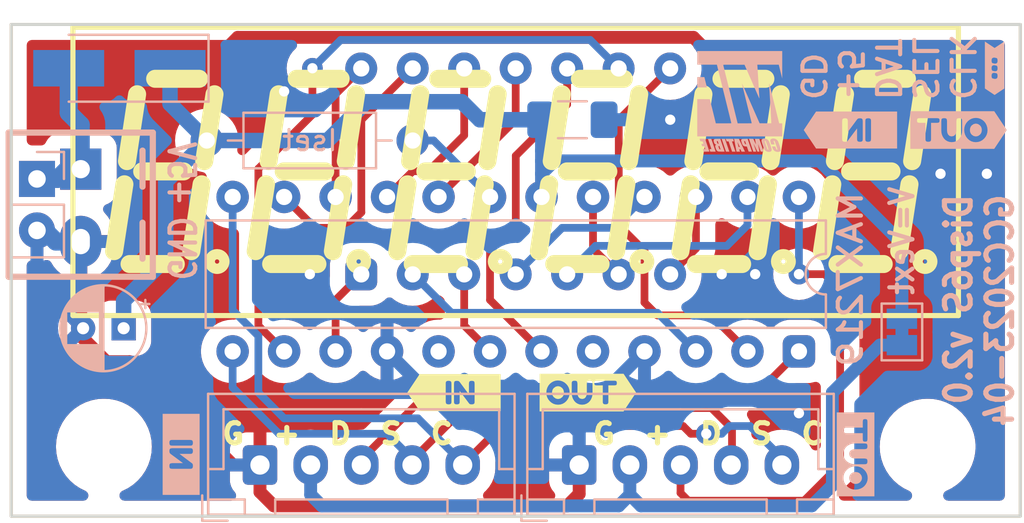
<source format=kicad_pcb>
(kicad_pcb (version 20211014) (generator pcbnew)
  (title_block (title "FSP-M10 AutoPilot") (rev "v1.0"))
  (layers (0 "F.Cu" signal "Rame.Fronte") (31 "B.Cu" signal "Rame.Retro") (34 "B.Paste" user) (35 "F.Paste" user) (36 "B.SilkS" user "B.Silkscreen") (37 "F.SilkS" user "F.Silkscreen") (38 "B.Mask" user) (39 "F.Mask" user) (44 "Edge.Cuts" user))
  (net 0 "")
  (net 1 "/5V")
  (net 2 "/K01")
  (net 3 "/K02")
  (net 4 "/K03")
  (net 5 "/K04")
  (net 6 "/K05")
  (net 7 "/K06")
  (net 8 "/S0A")
  (net 9 "/S0B")
  (net 10 "/S0C")
  (net 11 "/S0D")
  (net 12 "/S0E")
  (net 13 "/S0F")
  (net 14 "/S0G")
  (net 15 "/S0dp")
  (net 16 "GND")
  (net 17 "Net-(D1-Pad2)")
  (net 18 "/K07")
  (net 19 "Net-(IC1-Pad18)")
  (net 20 "/K08")
  (net 21 "/Din")
  (net 22 "/Sel")
  (net 23 "/Clk")
  (net 24 "/DOut")
  (footprint "MountingHole:MountingHole_3.2mm_M3" (layer "F.Cu") (at 86.359998 48.895 180)
    (fp_text reference "H1" hide)
    (fp_text value "CONN_1" hide)
    (pad "" np_thru_hole circle locked (at 0 0 180) (size 3.2 3.2) (drill 3.2) (layers *.Cu *.Mask))
  )
  (footprint "MountingHole:MountingHole_3.2mm_M3" (layer "F.Cu") (at 45.719998 48.895 180)
    (fp_text reference "H2" hide)
    (fp_text value "CONN_1" hide)
    (pad "" np_thru_hole circle locked (at 0 0 180) (size 3.2 3.2) (drill 3.2) (layers *.Cu *.Mask))
  )
  (footprint "GCC_Display:Disp7s6x_036" (layer "F.Cu") (at 66.035 35.316)
    (fp_text reference "DP1" hide)
    (fp_text value "LEDDSP6_CK" hide)
    (pad "1" thru_hole roundrect (at -7.62 5.08 90) (size 1.5748 1.5748) (drill 0.8001) (layers *.Cu *.Mask) (net 7 "/K06"))
    (pad "2" thru_hole circle (at -5.08 5.08 90) (size 1.5748 1.5748) (drill 0.8001) (layers *.Cu *.Mask) (net 6 "/K05"))
    (pad "3" thru_hole circle (at -2.54 5.08 90) (size 1.5748 1.5748) (drill 0.8001) (layers *.Cu *.Mask) (net 5 "/K04"))
    (pad "4" thru_hole circle (at 0 5.08 90) (size 1.5748 1.5748) (drill 0.8001) (layers *.Cu *.Mask) (net 12 "/S0E"))
    (pad "5" thru_hole circle (at 2.54 5.08 90) (size 1.5748 1.5748) (drill 0.8001) (layers *.Cu *.Mask) (net 11 "/S0D"))
    (pad "6" thru_hole circle (at 5.08 5.08 90) (size 1.5748 1.5748) (drill 0.8001) (layers *.Cu *.Mask) (net 10 "/S0C"))
    (pad "7" thru_hole circle (at 7.62 5.08 90) (size 1.5748 1.5748) (drill 0.8001) (layers *.Cu *.Mask) (net 15 "/S0dp"))
    (pad "8" thru_hole circle (at 7.62 -5.08 90) (size 1.5748 1.5748) (drill 0.8001) (layers *.Cu *.Mask) (net 2 "/K01"))
    (pad "9" thru_hole circle (at 5.08 -5.08 90) (size 1.5748 1.5748) (drill 0.8001) (layers *.Cu *.Mask) (net 3 "/K02"))
    (pad "10" thru_hole circle (at 2.54 -5.08 90) (size 1.5748 1.5748) (drill 0.8001) (layers *.Cu *.Mask) (net 4 "/K03"))
    (pad "11" thru_hole circle (at 0 -5.08 90) (size 1.5748 1.5748) (drill 0.8001) (layers *.Cu *.Mask) (net 14 "/S0G"))
    (pad "12" thru_hole circle (at -2.54 -5.08 90) (size 1.5748 1.5748) (drill 0.8001) (layers *.Cu *.Mask) (net 9 "/S0B"))
    (pad "13" thru_hole circle (at -5.08 -5.08 90) (size 1.5748 1.5748) (drill 0.8001) (layers *.Cu *.Mask) (net 8 "/S0A"))
    (pad "14" thru_hole circle (at -7.62 -5.08 90) (size 1.5748 1.5748) (drill 0.8001) (layers *.Cu *.Mask) (net 13 "/S0F"))
  )
  (footprint "kibuzzard-643D9E97" (layer "F.Cu") (at 69.596 46.228)
    (fp_text reference "kibuzzard-643D9E97" hide)
    (fp_text value "G***" hide)
  )
  (footprint "kibuzzard-643D9EA5" (layer "F.Cu") (at 62.992 46.228)
    (fp_text reference "kibuzzard-643D9EA5" hide)
    (fp_text value "G***" hide)
  )
  (footprint "Resistor_THT:R_Axial_DIN0207_L6.3mm_D2.5mm_P10.16mm_Horizontal" (layer "B.Cu") (at 60.955 33.792 180)
    (fp_text reference "R1" hide)
    (fp_text value "Iset" (at 5.08 0) (layer "B.SilkS") (effects (justify mirror)))
    (pad "1" thru_hole circle locked (at 0 0 180) (size 1.6 1.6) (drill 0.8) (layers *.Cu *.Mask) (net 19 "Net-(IC1-Pad18)"))
    (pad "2" thru_hole oval locked (at 10.16 0 180) (size 1.6 1.6) (drill 0.8) (layers *.Cu *.Mask) (net 1 "/5V"))
  )
  (footprint "Connector_PinHeader_2.54mm:PinHeader_1x02_P2.54mm_Vertical" (layer "B.Cu") (at 42.418 35.687 180)
    (fp_text reference "P1" hide)
    (fp_text value "PWR" hide)
    (pad "1" thru_hole rect locked (at 0 0 180) (size 1.778 1.778) (drill 0.8636) (layers *.Cu *.Mask) (net 17 "Net-(D1-Pad2)"))
    (pad "2" thru_hole oval locked (at 0 -2.54 180) (size 1.778 1.778) (drill 0.8636) (layers *.Cu *.Mask) (net 16 "GND"))
  )
  (footprint "Capacitor_THT:CP_Radial_D4.0mm_P2.00mm" (layer "B.Cu") (at 46.692599 43.053 180)
    (fp_text reference "C1" hide)
    (fp_text value "100uF 16V" hide)
    (pad "1" thru_hole rect locked (at 0 0 180) (size 1.2 1.2) (drill 0.6) (layers *.Cu *.Mask) (net 1 "/5V"))
    (pad "2" thru_hole circle locked (at 2 0 180) (size 1.2 1.2) (drill 0.6) (layers *.Cu *.Mask) (net 16 "GND"))
  )
  (footprint "Package_DIP:DIP-24_W7.62mm" (layer "B.Cu") (at 80.01 44.196 90)
    (fp_text reference "IC1" hide)
    (fp_text value "MAX7219CNG" hide)
    (pad "1" thru_hole roundrect locked (at 0 0 90) (size 1.6 1.6) (drill 0.8) (layers *.Cu *.Mask) (net 21 "/Din"))
    (pad "2" thru_hole oval locked (at 0 -2.54 90) (size 1.6 1.6) (drill 0.8) (layers *.Cu *.Mask) (net 2 "/K01"))
    (pad "3" thru_hole oval locked (at 0 -5.08 90) (size 1.6 1.6) (drill 0.8) (layers *.Cu *.Mask) (net 6 "/K05"))
    (pad "4" thru_hole oval locked (at 0 -7.62 90) (size 1.6 1.6) (drill 0.8) (layers *.Cu *.Mask) (net 16 "GND"))
    (pad "5" thru_hole oval locked (at 0 -10.16 90) (size 1.6 1.6) (drill 0.8) (layers *.Cu *.Mask) (net 18 "/K07"))
    (pad "6" thru_hole oval locked (at 0 -12.7 90) (size 1.6 1.6) (drill 0.8) (layers *.Cu *.Mask) (net 4 "/K03"))
    (pad "7" thru_hole oval locked (at 0 -15.24 90) (size 1.6 1.6) (drill 0.8) (layers *.Cu *.Mask) (net 5 "/K04"))
    (pad "8" thru_hole oval locked (at 0 -17.78 90) (size 1.6 1.6) (drill 0.8) (layers *.Cu *.Mask) (net 20 "/K08"))
    (pad "9" thru_hole oval locked (at 0 -20.32 90) (size 1.6 1.6) (drill 0.8) (layers *.Cu *.Mask) (net 16 "GND"))
    (pad "10" thru_hole oval locked (at 0 -22.86 90) (size 1.6 1.6) (drill 0.8) (layers *.Cu *.Mask) (net 7 "/K06"))
    (pad "11" thru_hole oval locked (at 0 -25.4 90) (size 1.6 1.6) (drill 0.8) (layers *.Cu *.Mask) (net 3 "/K02"))
    (pad "12" thru_hole oval locked (at 0 -27.94 90) (size 1.6 1.6) (drill 0.8) (layers *.Cu *.Mask) (net 22 "/Sel"))
    (pad "13" thru_hole oval locked (at 7.62 -27.94 90) (size 1.6 1.6) (drill 0.8) (layers *.Cu *.Mask) (net 23 "/Clk"))
    (pad "14" thru_hole oval locked (at 7.62 -25.4 90) (size 1.6 1.6) (drill 0.8) (layers *.Cu *.Mask) (net 8 "/S0A"))
    (pad "15" thru_hole oval locked (at 7.62 -22.86 90) (size 1.6 1.6) (drill 0.8) (layers *.Cu *.Mask) (net 13 "/S0F"))
    (pad "16" thru_hole oval locked (at 7.62 -20.32 90) (size 1.6 1.6) (drill 0.8) (layers *.Cu *.Mask) (net 9 "/S0B"))
    (pad "17" thru_hole oval locked (at 7.62 -17.78 90) (size 1.6 1.6) (drill 0.8) (layers *.Cu *.Mask) (net 14 "/S0G"))
    (pad "18" thru_hole oval locked (at 7.62 -15.24 90) (size 1.6 1.6) (drill 0.8) (layers *.Cu *.Mask) (net 19 "Net-(IC1-Pad18)"))
    (pad "19" thru_hole oval locked (at 7.62 -12.7 90) (size 1.6 1.6) (drill 0.8) (layers *.Cu *.Mask) (net 1 "/5V"))
    (pad "20" thru_hole oval locked (at 7.62 -10.16 90) (size 1.6 1.6) (drill 0.8) (layers *.Cu *.Mask) (net 10 "/S0C"))
    (pad "21" thru_hole oval locked (at 7.62 -7.62 90) (size 1.6 1.6) (drill 0.8) (layers *.Cu *.Mask) (net 12 "/S0E"))
    (pad "22" thru_hole oval locked (at 7.62 -5.08 90) (size 1.6 1.6) (drill 0.8) (layers *.Cu *.Mask) (net 15 "/S0dp"))
    (pad "23" thru_hole oval locked (at 7.62 -2.54 90) (size 1.6 1.6) (drill 0.8) (layers *.Cu *.Mask) (net 11 "/S0D"))
    (pad "24" thru_hole oval locked (at 7.62 0 90) (size 1.6 1.6) (drill 0.8) (layers *.Cu *.Mask) (net 24 "/DOut"))
  )
  (footprint "Diode_SMD:D_SMA_Handsoldering" (layer "B.Cu") (at 46.482 30.226 180)
    (fp_text reference "D1")
    (fp_text value "1N5819")
    (pad "1" smd rect locked (at -2.5 0 180) (size 3.5 1.8) (layers "B.Cu" "B.Paste" "B.Mask") (net 1 "/5V"))
    (pad "2" smd rect locked (at 2.5 0 180) (size 3.5 1.8) (layers "B.Cu" "B.Paste" "B.Mask") (net 17 "Net-(D1-Pad2)"))
  )
  (footprint "Capacitor_SMD:C_1206_3216Metric_Pad1.33x1.80mm_HandSolder" (layer "B.Cu") (at 68.834 32.766)
    (fp_text reference "C2" hide)
    (fp_text value "100nF" hide)
    (pad "1" smd roundrect locked (at -1.5625 0) (size 1.325 1.8) (layers "B.Cu" "B.Paste" "B.Mask") (roundrect_rratio 0.188679) (net 1 "/5V"))
    (pad "2" smd roundrect locked (at 1.5625 0) (size 1.325 1.8) (layers "B.Cu" "B.Paste" "B.Mask") (roundrect_rratio 0.188679) (net 16 "GND"))
  )
  (footprint "Connector_JST:JST_XH_B5B-XH-A_1x05_P2.50mm_Vertical" (layer "B.Cu") (at 53.42 49.801)
    (fp_text reference "P2" hide)
    (fp_text value "DataIn")
    (pad "1" thru_hole roundrect (at 0 0) (size 1.7 1.95) (drill 0.95) (layers *.Cu *.Mask) (roundrect_rratio 0.147059) (net 16 "GND"))
    (pad "2" thru_hole oval (at 2.5 0) (size 1.7 1.95) (drill 0.95) (layers *.Cu *.Mask) (net 1 "/5V"))
    (pad "3" thru_hole oval (at 5 0) (size 1.7 1.95) (drill 0.95) (layers *.Cu *.Mask) (net 21 "/Din"))
    (pad "4" thru_hole oval (at 7.5 0) (size 1.7 1.95) (drill 0.95) (layers *.Cu *.Mask) (net 22 "/Sel"))
    (pad "5" thru_hole oval (at 10 0) (size 1.7 1.95) (drill 0.95) (layers *.Cu *.Mask) (net 23 "/Clk"))
  )
  (footprint "Jumper:SolderJumper-2_P1.3mm_Bridged_Pad1.0x1.5mm" (layer "B.Cu") (at 85.09 43.236 90)
    (fp_text reference "JP1" hide)
    (fp_text value "5V line")
    (fp_poly (pts (xy -0.25 0.3) (xy 0.25 0.3) (xy 0.25 -0.3) (xy -0.25 -0.3)) (layer "B.Cu") (width 0) (fill solid))
    (pad "1" smd rect (at -0.65 0 90) (size 1 1.5) (layers "B.Cu" "B.Mask") (net 1 "/5V"))
    (pad "2" smd rect (at 0.65 0 90) (size 1 1.5) (layers "B.Cu" "B.Mask") (net 1 "/5V"))
  )
  (footprint "GCC_Headers:HDR2-3.50+3.81mm" (layer "B.Cu") (at 44.577 36.957 -90)
    (fp_text reference "P11" hide)
    (fp_text value "PWR" hide)
    (pad "1" thru_hole rect (at -1.7526 0 270) (size 2.032 2.032) (drill 0.9) (layers *.Cu *.Mask) (net 17 "Net-(D1-Pad2)"))
    (pad "2" thru_hole oval (at 1.82 0 270) (size 2.54 2.032) (drill oval 1.25 0.9) (layers *.Cu *.Mask) (net 16 "GND"))
  )
  (footprint "kibuzzard-6403BB05" (layer "B.Cu") (at 89.662 30.226 90)
    (fp_text reference "kibuzzard-6403BB05" hide)
    (fp_text value "G***" hide)
  )
  (footprint "kibuzzard-643DAA60" (layer "B.Cu") (at 49.53 49.276 -90)
    (fp_text reference "kibuzzard-643DAA60" hide)
    (fp_text value "G***" hide)
  )
  (footprint "kibuzzard-6405E146" (layer "B.Cu") (at 87.884 33.274 180)
    (fp_text reference "kibuzzard-6405E146" hide)
    (fp_text value "G***" hide)
  )
  (footprint "Connector_JST:JST_XH_B5B-XH-A_1x05_P2.50mm_Vertical" (layer "B.Cu") (at 69.168 49.801)
    (fp_text reference "P3" hide)
    (fp_text value "DataOut")
    (pad "1" thru_hole roundrect (at 0 0) (size 1.7 1.95) (drill 0.95) (layers *.Cu *.Mask) (roundrect_rratio 0.147059) (net 16 "GND"))
    (pad "2" thru_hole oval (at 2.5 0) (size 1.7 1.95) (drill 0.95) (layers *.Cu *.Mask) (net 1 "/5V"))
    (pad "3" thru_hole oval (at 5 0) (size 1.7 1.95) (drill 0.95) (layers *.Cu *.Mask) (net 24 "/DOut"))
    (pad "4" thru_hole oval (at 7.5 0) (size 1.7 1.95) (drill 0.95) (layers *.Cu *.Mask) (net 22 "/Sel"))
    (pad "5" thru_hole oval (at 10 0) (size 1.7 1.95) (drill 0.95) (layers *.Cu *.Mask) (net 23 "/Clk"))
  )
  (footprint "kibuzzard-6405E14C" (layer "B.Cu") (at 82.55 33.274 180)
    (fp_text reference "kibuzzard-6405E14C" hide)
    (fp_text value "G***" hide)
  )
  (footprint "kibuzzard-643DAA36" (layer "B.Cu") (at 82.804 49.276 90)
    (fp_text reference "kibuzzard-643DAA36" hide)
    (fp_text value "G***" hide)
  )
  (footprint "GCC_Logos:MF_compatible_4.2x5mm" (layer "B.Cu") (at 77.089 31.877 180)
    (fp_text reference "G***")
    (fp_text value "LOGO" hide)
  )
  (gr_line (start 41.147996 28.067001) (end 41.147996 52.324001) (layer "B.SilkS") (width 0.14986))
  (gr_line (start 90.931996 28.067001) (end 41.147996 28.067001) (layer "B.SilkS") (width 0.14986))
  (gr_line (start 90.931996 52.324001) (end 90.931996 28.067001) (layer "B.SilkS") (width 0.14986))
  (gr_line (start 41.147996 52.324001) (end 90.931996 52.324001) (layer "B.SilkS") (width 0.14986))
  (gr_line (start 41.147996 52.324001) (end 41.147996 28.067001) (layer "F.SilkS") (width 0.14986))
  (gr_line (start 90.931996 28.067001) (end 90.931996 52.324001) (layer "F.SilkS") (width 0.14986))
  (gr_line (start 41.147996 28.067001) (end 90.931996 28.067001) (layer "F.SilkS") (width 0.14986))
  (gr_line (start 90.931996 52.324001) (end 41.147996 52.324001) (layer "F.SilkS") (width 0.14986))
  (gr_line (start 90.932 52.324) (end 41.148 52.324) (layer "Edge.Cuts") (width 0.14986))
  (gr_line (start 41.148 28.067) (end 90.932 28.067) (layer "Edge.Cuts") (width 0.14986))
  (gr_line (start 90.932 28.067) (end 90.932 52.324) (layer "Edge.Cuts") (width 0.14986))
  (gr_line (start 41.148 52.324) (end 41.148 28.067) (layer "Edge.Cuts") (width 0.14986))
  (gr_text "MAX7219" (at 82.55 40.64 90) (layer "B.SilkS") (effects (font (size 1.143 1.27) (thickness 0.2032)) (justify mirror)))
  (gr_text "V=Vext" (at 85.09 38.735 90) (layer "B.SilkS") (effects (font (size 1.143 1.016) (thickness 0.2032)) (justify mirror)))
  (gr_text "CLK\nSEL\nDAT\n+5\nGD" (at 84.3788 31.9024 270) (layer "B.SilkS") (effects (font (size 1.143 1.143) (thickness 0.2032)) (justify left mirror)))
  (gr_text "Disp6S v2.0\nGCC2023-04" (at 88.905409 36.322 90) (layer "B.SilkS") (effects (font (size 1.27 1.143) (thickness 0.254)) (justify left mirror)))
  (gr_text "GND" (at 49.529998 39.116001 270) (layer "B.SilkS") (effects (font (size 1.27 1.016) (thickness 0.2032)) (justify mirror)))
  (gr_text "+5V" (at 49.529998 35.433001 270) (layer "B.SilkS") (effects (font (size 1.27 1.016) (thickness 0.2032)) (justify mirror)))
  (gr_text "G  +  D  S  C" (at 69.723 48.26) (layer "F.SilkS") (effects (font (size 1 1) (thickness 0.25)) (justify left)))
  (gr_text "G  +  D  S  C" (at 51.435 48.26) (layer "F.SilkS") (effects (font (size 1 1) (thickness 0.25)) (justify left)))
  (segment (start 81.026 34.798) (end 85.09 38.862) (width 0.635) (layer "B.Cu") (net 1))
  (segment (start 67.945 34.798) (end 67.437 34.29) (width 0.635) (layer "B.Cu") (net 1))
  (segment (start 55.92 51.268) (end 55.92 49.801) (width 0.635) (layer "B.Cu") (net 1))
  (segment (start 48.982 31.979) (end 50.795 33.792) (width 0.762) (layer "B.Cu") (net 1))
  (segment (start 48.768 39.624) (end 46.692599 41.699401) (width 0.762) (layer "B.Cu") (net 1))
  (segment (start 81.661 46.228) (end 84.003 43.886) (width 0.635) (layer "B.Cu") (net 1))
  (segment (start 64.262 32.766) (end 63.373 31.877) (width 0.762) (layer "B.Cu") (net 1))
  (segment (start 85.09 38.862) (end 85.09 42.586) (width 0.635) (layer "B.Cu") (net 1))
  (segment (start 68.453 34.798) (end 81.026 34.798) (width 0.635) (layer "B.Cu") (net 1))
  (segment (start 48.768 35.819) (end 48.768 39.624) (width 0.762) (layer "B.Cu") (net 1))
  (segment (start 63.373 31.877) (end 58.674 31.877) (width 0.762) (layer "B.Cu") (net 1))
  (segment (start 72.216 51.816) (end 80.645 51.816) (width 0.635) (layer "B.Cu") (net 1))
  (segment (start 85.09 43.886) (end 85.09 42.586) (width 0.635) (layer "B.Cu") (net 1))
  (segment (start 58.674 31.877) (end 56.759 33.792) (width 0.762) (layer "B.Cu") (net 1))
  (segment (start 68.453 34.798) (end 67.945 34.798) (width 0.635) (layer "B.Cu") (net 1))
  (segment (start 48.982 30.226) (end 48.982 31.979) (width 0.762) (layer "B.Cu") (net 1))
  (segment (start 71.668 51.268) (end 72.216 51.816) (width 0.635) (layer "B.Cu") (net 1))
  (segment (start 56.759 33.792) (end 50.795 33.792) (width 0.762) (layer "B.Cu") (net 1))
  (segment (start 67.2715 32.766) (end 64.262 32.766) (width 0.762) (layer "B.Cu") (net 1))
  (segment (start 67.437 34.29) (end 67.31 34.29) (width 0.635) (layer "B.Cu") (net 1))
  (segment (start 56.468 51.816) (end 71.12 51.816) (width 0.635) (layer "B.Cu") (net 1))
  (segment (start 71.668 51.268) (end 71.668 49.801) (width 0.635) (layer "B.Cu") (net 1))
  (segment (start 46.692599 41.699401) (end 46.692599 43.053) (width 0.762) (layer "B.Cu") (net 1))
  (segment (start 67.31 36.576) (end 67.31 35.433) (width 0.635) (layer "B.Cu") (net 1))
  (segment (start 71.12 51.816) (end 71.668 51.268) (width 0.635) (layer "B.Cu") (net 1))
  (segment (start 80.645 51.816) (end 81.661 50.8) (width 0.635) (layer "B.Cu") (net 1))
  (segment (start 67.31 35.433) (end 67.31 34.798) (width 0.635) (layer "B.Cu") (net 1))
  (segment (start 48.768 35.819) (end 50.795 33.792) (width 0.762) (layer "B.Cu") (net 1))
  (segment (start 84.003 43.886) (end 85.09 43.886) (width 0.635) (layer "B.Cu") (net 1))
  (segment (start 55.92 51.268) (end 56.468 51.816) (width 0.635) (layer "B.Cu") (net 1))
  (segment (start 67.945 34.798) (end 67.31 35.433) (width 0.635) (layer "B.Cu") (net 1))
  (segment (start 67.31 34.29) (end 67.31 32.8045) (width 0.635) (layer "B.Cu") (net 1))
  (segment (start 81.661 50.8) (end 81.661 46.228) (width 0.635) (layer "B.Cu") (net 1))
  (segment (start 67.31 34.798) (end 68.453 34.798) (width 0.635) (layer "B.Cu") (net 1))
  (segment (start 67.31 34.798) (end 67.31 34.29) (width 0.635) (layer "B.Cu") (net 1))
  (segment (start 73.025 42.418) (end 72.39 41.783) (width 0.381) (layer "F.Cu") (net 2))
  (segment (start 72.39 41.783) (end 72.39 39.243) (width 0.381) (layer "F.Cu") (net 2))
  (segment (start 75.692 42.418) (end 73.025 42.418) (width 0.381) (layer "F.Cu") (net 2))
  (segment (start 71.12 32.771) (end 73.655 30.236) (width 0.381) (layer "F.Cu") (net 2))
  (segment (start 72.39 39.243) (end 71.12 37.973) (width 0.381) (layer "F.Cu") (net 2))
  (segment (start 71.12 37.973) (end 71.12 32.771) (width 0.381) (layer "F.Cu") (net 2))
  (segment (start 77.47 44.196) (end 75.692 42.418) (width 0.381) (layer "F.Cu") (net 2))
  (segment (start 53.34 42.926) (end 54.61 44.196) (width 0.381) (layer "F.Cu") (net 3))
  (segment (start 56.007 30.226) (end 56.007 32.512) (width 0.381) (layer "F.Cu") (net 3))
  (segment (start 56.007 32.512) (end 53.34 35.179) (width 0.381) (layer "F.Cu") (net 3))
  (segment (start 53.34 35.179) (end 53.34 42.926) (width 0.381) (layer "F.Cu") (net 3))
  (via (at 56.007 30.226) (size 1.016) (drill 0.508) (layers "F.Cu" "B.Cu") (net 3))
  (segment (start 56.007 30.226) (end 57.404 28.829) (width 0.381) (layer "B.Cu") (net 3))
  (segment (start 69.708 28.829) (end 71.115 30.236) (width 0.381) (layer "B.Cu") (net 3))
  (segment (start 57.404 28.829) (end 69.708 28.829) (width 0.381) (layer "B.Cu") (net 3))
  (segment (start 64.77 41.656) (end 64.77 39.116) (width 0.381) (layer "F.Cu") (net 4))
  (segment (start 64.77 39.116) (end 66.04 37.846) (width 0.381) (layer "F.Cu") (net 4))
  (segment (start 66.04 37.846) (end 66.04 34.544) (width 0.381) (layer "F.Cu") (net 4))
  (segment (start 66.04 34.544) (end 68.575 32.009) (width 0.381) (layer "F.Cu") (net 4))
  (segment (start 67.31 44.196) (end 64.77 41.656) (width 0.381) (layer "F.Cu") (net 4))
  (segment (start 68.575 32.009) (end 68.575 30.236) (width 0.381) (layer "F.Cu") (net 4))
  (segment (start 63.495 40.396) (end 63.495 42.921) (width 0.381) (layer "F.Cu") (net 5))
  (segment (start 63.495 42.921) (end 64.77 44.196) (width 0.381) (layer "F.Cu") (net 5))
  (segment (start 60.97 40.396) (end 62.865 42.291) (width 0.381) (layer "B.Cu") (net 6))
  (segment (start 73.025 42.291) (end 74.93 44.196) (width 0.381) (layer "B.Cu") (net 6))
  (segment (start 62.865 42.291) (end 73.025 42.291) (width 0.381) (layer "B.Cu") (net 6))
  (segment (start 57.15 44.196) (end 57.15 41.661) (width 0.381) (layer "F.Cu") (net 7))
  (segment (start 57.15 41.661) (end 58.415 40.396) (width 0.381) (layer "F.Cu") (net 7))
  (segment (start 57.658 38.1) (end 58.42 37.338) (width 0.381) (layer "F.Cu") (net 8))
  (segment (start 58.42 32.771) (end 60.955 30.236) (width 0.381) (layer "F.Cu") (net 8))
  (segment (start 58.42 37.338) (end 58.42 32.771) (width 0.381) (layer "F.Cu") (net 8))
  (segment (start 56.134 38.1) (end 57.658 38.1) (width 0.381) (layer "F.Cu") (net 8))
  (segment (start 54.61 36.576) (end 56.134 38.1) (width 0.381) (layer "F.Cu") (net 8))
  (segment (start 63.495 33.533) (end 63.495 30.236) (width 0.381) (layer "F.Cu") (net 9))
  (segment (start 61.722 35.306) (end 63.495 33.533) (width 0.381) (layer "F.Cu") (net 9))
  (segment (start 60.96 35.306) (end 61.722 35.306) (width 0.381) (layer "F.Cu") (net 9))
  (segment (start 59.69 36.576) (end 60.96 35.306) (width 0.381) (layer "F.Cu") (net 9))
  (segment (start 69.85 39.131) (end 71.115 40.396) (width 0.381) (layer "F.Cu") (net 10))
  (segment (start 69.85 36.576) (end 69.85 39.131) (width 0.381) (layer "F.Cu") (net 10))
  (segment (start 69.977 38.989) (end 76.454 38.989) (width 0.381) (layer "B.Cu") (net 11))
  (segment (start 76.454 38.989) (end 77.47 37.973) (width 0.381) (layer "B.Cu") (net 11))
  (segment (start 77.47 37.973) (end 77.47 36.576) (width 0.381) (layer "B.Cu") (net 11))
  (segment (start 68.575 40.391) (end 69.977 38.989) (width 0.381) (layer "B.Cu") (net 11))
  (segment (start 68.326 38.1) (end 70.866 38.1) (width 0.381) (layer "B.Cu") (net 12))
  (segment (start 70.866 38.1) (end 72.39 36.576) (width 0.381) (layer "B.Cu") (net 12))
  (segment (start 66.035 40.391) (end 68.326 38.1) (width 0.381) (layer "B.Cu") (net 12))
  (segment (start 57.15 36.576) (end 57.15 31.501) (width 0.381) (layer "F.Cu") (net 13))
  (segment (start 57.15 31.501) (end 58.415 30.236) (width 0.381) (layer "F.Cu") (net 13))
  (segment (start 62.23 36.576) (end 66.035 32.771) (width 0.381) (layer "F.Cu") (net 14))
  (segment (start 66.035 32.771) (end 66.035 30.236) (width 0.381) (layer "F.Cu") (net 14))
  (segment (start 73.655 40.396) (end 74.93 39.121) (width 0.381) (layer "F.Cu") (net 15))
  (segment (start 74.93 39.121) (end 74.93 36.576) (width 0.381) (layer "F.Cu") (net 15))
  (segment (start 46.99 44.704) (end 52.087 49.801) (width 0.635) (layer "F.Cu") (net 16))
  (segment (start 47.752 37.592) (end 47.752 33.274) (width 0.635) (layer "F.Cu") (net 16))
  (segment (start 47.752 33.274) (end 52.324 28.702) (width 0.635) (layer "F.Cu") (net 16))
  (segment (start 75.946 31.75) (end 74.93 32.766) (width 0.635) (layer "F.Cu") (net 16))
  (segment (start 68.58 51.816) (end 54.102 51.816) (width 0.635) (layer "F.Cu") (net 16))
  (segment (start 45.847 44.704) (end 46.99 44.704) (width 0.635) (layer "F.Cu") (net 16))
  (segment (start 44.692599 43.549599) (end 45.847 44.704) (width 0.635) (layer "F.Cu") (net 16))
  (segment (start 44.577 38.777) (end 46.567 38.777) (width 0.635) (layer "F.Cu") (net 16))
  (segment (start 74.93 32.766) (end 73.66 32.766) (width 0.635) (layer "F.Cu") (net 16))
  (segment (start 74.803 28.702) (end 75.946 29.845) (width 0.635) (layer "F.Cu") (net 16))
  (segment (start 54.102 51.816) (end 53.42 51.134) (width 0.635) (layer "F.Cu") (net 16))
  (segment (start 75.946 29.845) (end 75.946 31.75) (width 0.635) (layer "F.Cu") (net 16))
  (segment (start 44.692599 43.053) (end 44.692599 43.549599) (width 0.635) (layer "F.Cu") (net 16))
  (segment (start 52.087 49.801) (end 53.42 49.801) (width 0.635) (layer "F.Cu") (net 16))
  (segment (start 44.577 38.777) (end 44.577 42.937401) (width 0.635) (layer "F.Cu") (net 16))
  (segment (start 69.168 49.801) (end 69.168 51.228) (width 0.635) (layer "F.Cu") (net 16))
  (segment (start 69.168 51.228) (end 68.58 51.816) (width 0.635) (layer "F.Cu") (net 16))
  (segment (start 53.42 51.134) (end 53.42 49.801) (width 0.635) (layer "F.Cu") (net 16))
  (segment (start 46.567 38.777) (end 47.752 37.592) (width 0.635) (layer "F.Cu") (net 16))
  (segment (start 52.324 28.702) (end 74.803 28.702) (width 0.635) (layer "F.Cu") (net 16))
  (via (at 80.01 47.244) (size 1.016) (drill 0.508) (layers "F.Cu" "B.Cu") (net 16))
  (via (at 55.88 40.386) (size 1.016) (drill 0.508) (layers "F.Cu" "B.Cu") (net 16))
  (via (at 73.66 32.766) (size 1.016) (drill 0.508) (layers "F.Cu" "B.Cu") (net 16))
  (via (at 86.995 35.433) (size 1.016) (drill 0.508) (layers "F.Cu" "B.Cu") (net 16))
  (via (at 54.61 31.369) (size 1.016) (drill 0.508) (layers "F.Cu" "B.Cu") (net 16))
  (via (at 77.851 40.386) (size 1.016) (drill 0.508) (layers "F.Cu" "B.Cu") (net 16))
  (via (at 89.281 35.433) (size 1.016) (drill 0.508) (layers "F.Cu" "B.Cu") (net 16))
  (via (at 76.2 40.386) (size 1.016) (drill 0.508) (layers "F.Cu" "B.Cu") (net 16))
  (segment (start 43.349 38.777) (end 44.577 38.777) (width 0.889) (layer "B.Cu") (net 16))
  (segment (start 66.8655 45.9105) (end 68.373 47.418) (width 0.635) (layer "B.Cu") (net 16))
  (segment (start 69.168 49.801) (end 69.168 48.18) (width 0.635) (layer "B.Cu") (net 16))
  (segment (start 68.373 47.418) (end 69.135 48.18) (width 0.635) (layer "B.Cu") (net 16))
  (segment (start 61.4045 45.9105) (end 59.69 44.196) (width 0.635) (layer "B.Cu") (net 16))
  (segment (start 69.168 47.418) (end 72.39 44.196) (width 0.635) (layer "B.Cu") (net 16))
  (segment (start 69.168 48.18) (end 69.168 47.418) (width 0.635) (layer "B.Cu") (net 16))
  (segment (start 69.135 48.18) (end 69.168 48.18) (width 0.635) (layer "B.Cu") (net 16))
  (segment (start 61.4045 45.9105) (end 66.8655 45.9105) (width 0.635) (layer "B.Cu") (net 16))
  (segment (start 69.168 47.418) (end 68.373 47.418) (width 0.635) (layer "B.Cu") (net 16))
  (segment (start 42.799 38.227) (end 43.349 38.777) (width 0.889) (layer "B.Cu") (net 16))
  (segment (start 70.3965 32.766) (end 73.66 32.766) (width 0.635) (layer "B.Cu") (net 16))
  (segment (start 44.577 33.02) (end 44.577 35.2044) (width 0.889) (layer "B.Cu") (net 17))
  (segment (start 43.982 30.226) (end 43.982 32.425) (width 0.889) (layer "B.Cu") (net 17))
  (segment (start 44.577 35.2044) (end 43.9166 35.2044) (width 0.889) (layer "B.Cu") (net 17))
  (segment (start 43.9166 35.2044) (end 43.434 35.687) (width 0.889) (layer "B.Cu") (net 17))
  (segment (start 43.982 32.425) (end 44.577 33.02) (width 0.889) (layer "B.Cu") (net 17))
  (segment (start 43.434 35.687) (end 42.418 35.687) (width 0.889) (layer "B.Cu") (net 17))
  (segment (start 61.986 33.792) (end 64.77 36.576) (width 0.381) (layer "B.Cu") (net 19))
  (segment (start 60.955 33.792) (end 61.986 33.792) (width 0.381) (layer "B.Cu") (net 19))
  (segment (start 61.849 46.101) (end 78.105 46.101) (width 0.381) (layer "F.Cu") (net 21))
  (segment (start 78.105 46.101) (end 80.01 44.196) (width 0.381) (layer "F.Cu") (net 21))
  (segment (start 58.42 49.53) (end 61.849 46.101) (width 0.381) (layer "F.Cu") (net 21))
  (segment (start 75.692 46.99) (end 76.708 48.006) (width 0.381) (layer "F.Cu") (net 22))
  (segment (start 63.5 46.99) (end 75.692 46.99) (width 0.381) (layer "F.Cu") (net 22))
  (segment (start 76.708 48.006) (end 76.708 49.761) (width 0.381) (layer "F.Cu") (net 22))
  (segment (start 60.96 49.53) (end 63.5 46.99) (width 0.381) (layer "F.Cu") (net 22))
  (segment (start 54.356 48.26) (end 52.07 45.974) (width 0.381) (layer "B.Cu") (net 22))
  (segment (start 60.92 49.49) (end 59.69 48.26) (width 0.381) (layer "B.Cu") (net 22))
  (segment (start 59.69 48.26) (end 54.356 48.26) (width 0.381) (layer "B.Cu") (net 22))
  (segment (start 52.07 45.974) (end 52.07 44.196) (width 0.381) (layer "B.Cu") (net 22))
  (segment (start 74.295 47.879) (end 74.676 48.26) (width 0.381) (layer "F.Cu") (net 23))
  (segment (start 74.676 48.26) (end 75.438 48.26) (width 0.381) (layer "F.Cu") (net 23))
  (segment (start 65.342 47.879) (end 74.295 47.879) (width 0.381) (layer "F.Cu") (net 23))
  (segment (start 63.42 49.801) (end 65.342 47.879) (width 0.381) (layer "F.Cu") (net 23))
  (via (at 75.438 48.26) (size 1.016) (drill 0.508) (layers "F.Cu" "B.Cu") (net 23))
  (segment (start 76.581 47.879) (end 76.2 48.26) (width 0.381) (layer "B.Cu") (net 23))
  (segment (start 54.61 47.498) (end 53.34 46.228) (width 0.381) (layer "B.Cu") (net 23))
  (segment (start 79.168 49.45) (end 77.597 47.879) (width 0.381) (layer "B.Cu") (net 23))
  (segment (start 53.34 46.228) (end 53.34 43.434) (width 0.381) (layer "B.Cu") (net 23))
  (segment (start 52.07 42.164) (end 52.07 36.576) (width 0.381) (layer "B.Cu") (net 23))
  (segment (start 61.214 47.498) (end 54.61 47.498) (width 0.381) (layer "B.Cu") (net 23))
  (segment (start 63.42 49.704) (end 61.214 47.498) (width 0.381) (layer "B.Cu") (net 23))
  (segment (start 77.597 47.879) (end 76.581 47.879) (width 0.381) (layer "B.Cu") (net 23))
  (segment (start 53.34 43.434) (end 52.07 42.164) (width 0.381) (layer "B.Cu") (net 23))
  (segment (start 76.2 48.26) (end 75.438 48.26) (width 0.381) (layer "B.Cu") (net 23))
  (segment (start 80.264 51.562) (end 74.549 51.562) (width 0.381) (layer "F.Cu") (net 24))
  (segment (start 81.28 40.386) (end 82.042 41.148) (width 0.381) (layer "F.Cu") (net 24))
  (segment (start 82.042 49.784) (end 80.264 51.562) (width 0.381) (layer "F.Cu") (net 24))
  (segment (start 74.549 51.562) (end 74.168 51.181) (width 0.381) (layer "F.Cu") (net 24))
  (segment (start 74.168 51.181) (end 74.168 49.801) (width 0.381) (layer "F.Cu") (net 24))
  (segment (start 82.042 41.148) (end 82.042 49.784) (width 0.381) (layer "F.Cu") (net 24))
  (segment (start 80.01 40.386) (end 81.28 40.386) (width 0.381) (layer "F.Cu") (net 24))
  (via (at 80.01 40.386) (size 1.016) (drill 0.508) (layers "F.Cu" "B.Cu") (net 24))
  (segment (start 80.01 40.386) (end 80.01 36.576) (width 0.381) (layer "B.Cu") (net 24))
  (zone (net 16) (net_name "GND") (layer "F.Cu") (connect_pads (clearance 0.762)) (min_thickness 0.508) (fill yes (thermal_gap 0.635) (thermal_bridge_width 0.635))
    (polygon (pts (xy 90.931998 52.324002) (xy 41.147998 52.324) (xy 41.147999 28.067) (xy 90.931997 28.067002)))
  )
  (zone (net 16) (net_name "GND") (layer "B.Cu") (connect_pads (clearance 0.762)) (min_thickness 0.508) (fill yes (thermal_gap 0.635) (thermal_bridge_width 0.635))
    (polygon (pts (xy 90.931998 28.067002) (xy 41.148 28.067) (xy 41.147998 52.324) (xy 90.931998 52.324002)))
  )
)
</source>
